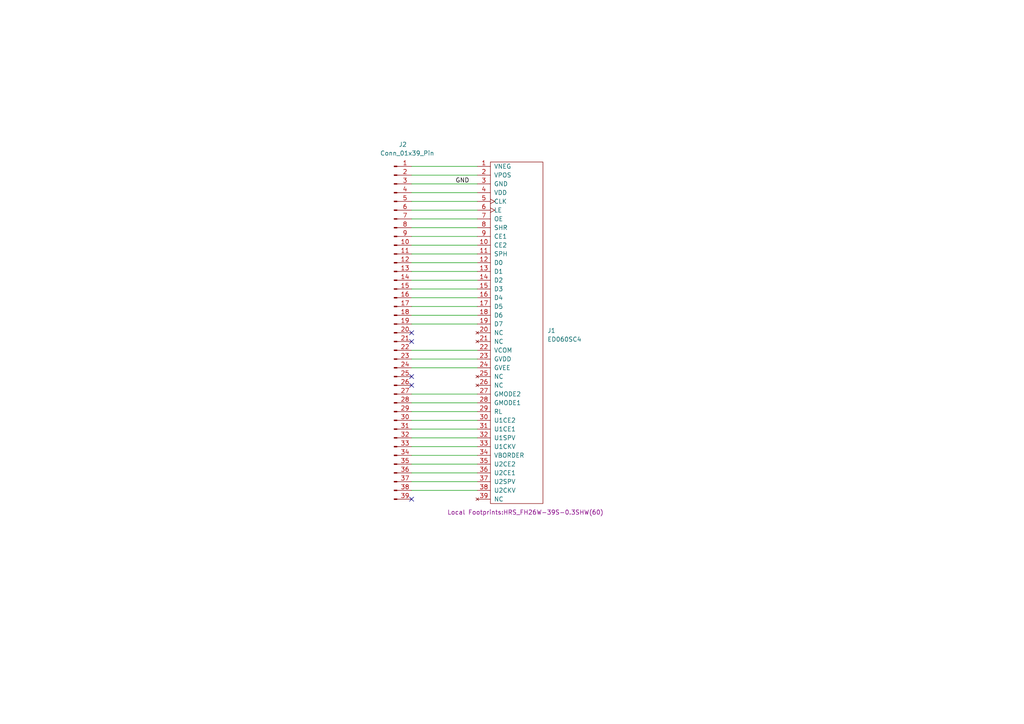
<source format=kicad_sch>
(kicad_sch (version 20230121) (generator eeschema)
  (paper "A4")
  (lib_symbols
    (symbol "Connector:Conn_01x39_Pin" (pin_names (offset 1.016) hide)
      (property "Reference" "J" (at 0 50.8 0))
      (property "Value" "Conn_01x39_Pin" (at 0 -50.8 0))
      (symbol "Conn_01x39_Pin_1_1"
        (polyline (pts (xy 1.27 -48.26) (xy 0.8636 -48.26)) (stroke (width 0.1524)))
        (polyline (pts (xy 1.27 -45.72) (xy 0.8636 -45.72)) (stroke (width 0.1524)))
        (polyline (pts (xy 1.27 -43.18) (xy 0.8636 -43.18)) (stroke (width 0.1524)))
        (polyline (pts (xy 1.27 -40.64) (xy 0.8636 -40.64)) (stroke (width 0.1524)))
        (polyline (pts (xy 1.27 -38.1) (xy 0.8636 -38.1)) (stroke (width 0.1524)))
        (polyline (pts (xy 1.27 -35.56) (xy 0.8636 -35.56)) (stroke (width 0.1524)))
        (polyline (pts (xy 1.27 -33.02) (xy 0.8636 -33.02)) (stroke (width 0.1524)))
        (polyline (pts (xy 1.27 -30.48) (xy 0.8636 -30.48)) (stroke (width 0.1524)))
        (polyline (pts (xy 1.27 -27.94) (xy 0.8636 -27.94)) (stroke (width 0.1524)))
        (polyline (pts (xy 1.27 -25.4) (xy 0.8636 -25.4)) (stroke (width 0.1524)))
        (polyline (pts (xy 1.27 -22.86) (xy 0.8636 -22.86)) (stroke (width 0.1524)))
        (polyline (pts (xy 1.27 -20.32) (xy 0.8636 -20.32)) (stroke (width 0.1524)))
        (polyline (pts (xy 1.27 -17.78) (xy 0.8636 -17.78)) (stroke (width 0.1524)))
        (polyline (pts (xy 1.27 -15.24) (xy 0.8636 -15.24)) (stroke (width 0.1524)))
        (polyline (pts (xy 1.27 -12.7) (xy 0.8636 -12.7)) (stroke (width 0.1524)))
        (polyline (pts (xy 1.27 -10.16) (xy 0.8636 -10.16)) (stroke (width 0.1524)))
        (polyline (pts (xy 1.27 -7.62) (xy 0.8636 -7.62)) (stroke (width 0.1524)))
        (polyline (pts (xy 1.27 -5.08) (xy 0.8636 -5.08)) (stroke (width 0.1524)))
        (polyline (pts (xy 1.27 -2.54) (xy 0.8636 -2.54)) (stroke (width 0.1524)))
        (polyline (pts (xy 1.27 0) (xy 0.8636 0)) (stroke (width 0.1524)))
        (polyline (pts (xy 1.27 2.54) (xy 0.8636 2.54)) (stroke (width 0.1524)))
        (polyline (pts (xy 1.27 5.08) (xy 0.8636 5.08)) (stroke (width 0.1524)))
        (polyline (pts (xy 1.27 7.62) (xy 0.8636 7.62)) (stroke (width 0.1524)))
        (polyline (pts (xy 1.27 10.16) (xy 0.8636 10.16)) (stroke (width 0.1524)))
        (polyline (pts (xy 1.27 12.7) (xy 0.8636 12.7)) (stroke (width 0.1524)))
        (polyline (pts (xy 1.27 15.24) (xy 0.8636 15.24)) (stroke (width 0.1524)))
        (polyline (pts (xy 1.27 17.78) (xy 0.8636 17.78)) (stroke (width 0.1524)))
        (polyline (pts (xy 1.27 20.32) (xy 0.8636 20.32)) (stroke (width 0.1524)))
        (polyline (pts (xy 1.27 22.86) (xy 0.8636 22.86)) (stroke (width 0.1524)))
        (polyline (pts (xy 1.27 25.4) (xy 0.8636 25.4)) (stroke (width 0.1524)))
        (polyline (pts (xy 1.27 27.94) (xy 0.8636 27.94)) (stroke (width 0.1524)))
        (polyline (pts (xy 1.27 30.48) (xy 0.8636 30.48)) (stroke (width 0.1524)))
        (polyline (pts (xy 1.27 33.02) (xy 0.8636 33.02)) (stroke (width 0.1524)))
        (polyline (pts (xy 1.27 35.56) (xy 0.8636 35.56)) (stroke (width 0.1524)))
        (polyline (pts (xy 1.27 38.1) (xy 0.8636 38.1)) (stroke (width 0.1524)))
        (polyline (pts (xy 1.27 40.64) (xy 0.8636 40.64)) (stroke (width 0.1524)))
        (polyline (pts (xy 1.27 43.18) (xy 0.8636 43.18)) (stroke (width 0.1524)))
        (polyline (pts (xy 1.27 45.72) (xy 0.8636 45.72)) (stroke (width 0.1524)))
        (polyline (pts (xy 1.27 48.26) (xy 0.8636 48.26)) (stroke (width 0.1524)))
        (rectangle (start 0.8636 -48.133) (end 0 -48.387) (stroke (width 0.1524)) (fill (type outline)))
        (rectangle (start 0.8636 -45.593) (end 0 -45.847) (stroke (width 0.1524)) (fill (type outline)))
        (rectangle (start 0.8636 -43.053) (end 0 -43.307) (stroke (width 0.1524)) (fill (type outline)))
        (rectangle (start 0.8636 -40.513) (end 0 -40.767) (stroke (width 0.1524)) (fill (type outline)))
        (rectangle (start 0.8636 -37.973) (end 0 -38.227) (stroke (width 0.1524)) (fill (type outline)))
        (rectangle (start 0.8636 -35.433) (end 0 -35.687) (stroke (width 0.1524)) (fill (type outline)))
        (rectangle (start 0.8636 -32.893) (end 0 -33.147) (stroke (width 0.1524)) (fill (type outline)))
        (rectangle (start 0.8636 -30.353) (end 0 -30.607) (stroke (width 0.1524)) (fill (type outline)))
        (rectangle (start 0.8636 -27.813) (end 0 -28.067) (stroke (width 0.1524)) (fill (type outline)))
        (rectangle (start 0.8636 -25.273) (end 0 -25.527) (stroke (width 0.1524)) (fill (type outline)))
        (rectangle (start 0.8636 -22.733) (end 0 -22.987) (stroke (width 0.1524)) (fill (type outline)))
        (rectangle (start 0.8636 -20.193) (end 0 -20.447) (stroke (width 0.1524)) (fill (type outline)))
        (rectangle (start 0.8636 -17.653) (end 0 -17.907) (stroke (width 0.1524)) (fill (type outline)))
        (rectangle (start 0.8636 -15.113) (end 0 -15.367) (stroke (width 0.1524)) (fill (type outline)))
        (rectangle (start 0.8636 -12.573) (end 0 -12.827) (stroke (width 0.1524)) (fill (type outline)))
        (rectangle (start 0.8636 -10.033) (end 0 -10.287) (stroke (width 0.1524)) (fill (type outline)))
        (rectangle (start 0.8636 -7.493) (end 0 -7.747) (stroke (width 0.1524)) (fill (type outline)))
        (rectangle (start 0.8636 -4.953) (end 0 -5.207) (stroke (width 0.1524)) (fill (type outline)))
        (rectangle (start 0.8636 -2.413) (end 0 -2.667) (stroke (width 0.1524)) (fill (type outline)))
        (rectangle (start 0.8636 0.127) (end 0 -0.127) (stroke (width 0.1524)) (fill (type outline)))
        (rectangle (start 0.8636 2.667) (end 0 2.413) (stroke (width 0.1524)) (fill (type outline)))
        (rectangle (start 0.8636 5.207) (end 0 4.953) (stroke (width 0.1524)) (fill (type outline)))
        (rectangle (start 0.8636 7.747) (end 0 7.493) (stroke (width 0.1524)) (fill (type outline)))
        (rectangle (start 0.8636 10.287) (end 0 10.033) (stroke (width 0.1524)) (fill (type outline)))
        (rectangle (start 0.8636 12.827) (end 0 12.573) (stroke (width 0.1524)) (fill (type outline)))
        (rectangle (start 0.8636 15.367) (end 0 15.113) (stroke (width 0.1524)) (fill (type outline)))
        (rectangle (start 0.8636 17.907) (end 0 17.653) (stroke (width 0.1524)) (fill (type outline)))
        (rectangle (start 0.8636 20.447) (end 0 20.193) (stroke (width 0.1524)) (fill (type outline)))
        (rectangle (start 0.8636 22.987) (end 0 22.733) (stroke (width 0.1524)) (fill (type outline)))
        (rectangle (start 0.8636 25.527) (end 0 25.273) (stroke (width 0.1524)) (fill (type outline)))
        (rectangle (start 0.8636 28.067) (end 0 27.813) (stroke (width 0.1524)) (fill (type outline)))
        (rectangle (start 0.8636 30.607) (end 0 30.353) (stroke (width 0.1524)) (fill (type outline)))
        (rectangle (start 0.8636 33.147) (end 0 32.893) (stroke (width 0.1524)) (fill (type outline)))
        (rectangle (start 0.8636 35.687) (end 0 35.433) (stroke (width 0.1524)) (fill (type outline)))
        (rectangle (start 0.8636 38.227) (end 0 37.973) (stroke (width 0.1524)) (fill (type outline)))
        (rectangle (start 0.8636 40.767) (end 0 40.513) (stroke (width 0.1524)) (fill (type outline)))
        (rectangle (start 0.8636 43.307) (end 0 43.053) (stroke (width 0.1524)) (fill (type outline)))
        (rectangle (start 0.8636 45.847) (end 0 45.593) (stroke (width 0.1524)) (fill (type outline)))
        (rectangle (start 0.8636 48.387) (end 0 48.133) (stroke (width 0.1524)) (fill (type outline)))
        (pin passive line (at 5.08 48.26 180) (length 3.81) (name "Pin_1") (number "1"))
        (pin passive line (at 5.08 25.4 180) (length 3.81) (name "Pin_10") (number "10"))
        (pin passive line (at 5.08 22.86 180) (length 3.81) (name "Pin_11") (number "11"))
        (pin passive line (at 5.08 20.32 180) (length 3.81) (name "Pin_12") (number "12"))
        (pin passive line (at 5.08 17.78 180) (length 3.81) (name "Pin_13") (number "13"))
        (pin passive line (at 5.08 15.24 180) (length 3.81) (name "Pin_14") (number "14"))
        (pin passive line (at 5.08 12.7 180) (length 3.81) (name "Pin_15") (number "15"))
        (pin passive line (at 5.08 10.16 180) (length 3.81) (name "Pin_16") (number "16"))
        (pin passive line (at 5.08 7.62 180) (length 3.81) (name "Pin_17") (number "17"))
        (pin passive line (at 5.08 5.08 180) (length 3.81) (name "Pin_18") (number "18"))
        (pin passive line (at 5.08 2.54 180) (length 3.81) (name "Pin_19") (number "19"))
        (pin passive line (at 5.08 45.72 180) (length 3.81) (name "Pin_2") (number "2"))
        (pin passive line (at 5.08 0 180) (length 3.81) (name "Pin_20") (number "20"))
        (pin passive line (at 5.08 -2.54 180) (length 3.81) (name "Pin_21") (number "21"))
        (pin passive line (at 5.08 -5.08 180) (length 3.81) (name "Pin_22") (number "22"))
        (pin passive line (at 5.08 -7.62 180) (length 3.81) (name "Pin_23") (number "23"))
        (pin passive line (at 5.08 -10.16 180) (length 3.81) (name "Pin_24") (number "24"))
        (pin passive line (at 5.08 -12.7 180) (length 3.81) (name "Pin_25") (number "25"))
        (pin passive line (at 5.08 -15.24 180) (length 3.81) (name "Pin_26") (number "26"))
        (pin passive line (at 5.08 -17.78 180) (length 3.81) (name "Pin_27") (number "27"))
        (pin passive line (at 5.08 -20.32 180) (length 3.81) (name "Pin_28") (number "28"))
        (pin passive line (at 5.08 -22.86 180) (length 3.81) (name "Pin_29") (number "29"))
        (pin passive line (at 5.08 43.18 180) (length 3.81) (name "Pin_3") (number "3"))
        (pin passive line (at 5.08 -25.4 180) (length 3.81) (name "Pin_30") (number "30"))
        (pin passive line (at 5.08 -27.94 180) (length 3.81) (name "Pin_31") (number "31"))
        (pin passive line (at 5.08 -30.48 180) (length 3.81) (name "Pin_32") (number "32"))
        (pin passive line (at 5.08 -33.02 180) (length 3.81) (name "Pin_33") (number "33"))
        (pin passive line (at 5.08 -35.56 180) (length 3.81) (name "Pin_34") (number "34"))
        (pin passive line (at 5.08 -38.1 180) (length 3.81) (name "Pin_35") (number "35"))
        (pin passive line (at 5.08 -40.64 180) (length 3.81) (name "Pin_36") (number "36"))
        (pin passive line (at 5.08 -43.18 180) (length 3.81) (name "Pin_37") (number "37"))
        (pin passive line (at 5.08 -45.72 180) (length 3.81) (name "Pin_38") (number "38"))
        (pin passive line (at 5.08 -48.26 180) (length 3.81) (name "Pin_39") (number "39"))
        (pin passive line (at 5.08 40.64 180) (length 3.81) (name "Pin_4") (number "4"))
        (pin passive line (at 5.08 38.1 180) (length 3.81) (name "Pin_5") (number "5"))
        (pin passive line (at 5.08 35.56 180) (length 3.81) (name "Pin_6") (number "6"))
        (pin passive line (at 5.08 33.02 180) (length 3.81) (name "Pin_7") (number "7"))
        (pin passive line (at 5.08 30.48 180) (length 3.81) (name "Pin_8") (number "8"))
        (pin passive line (at 5.08 27.94 180) (length 3.81) (name "Pin_9") (number "9"))
      )
    )
    (symbol "ED060SC4:ED060SC4" (pin_names (offset 1.016))
      (property "Reference" "J" (at 0 50.8 0))
      (property "Value" "ED060SC4" (at 15.24 0 90))
      (symbol "ED060SC4_0_1"
        (rectangle (start -1.27 -49.53) (end 13.97 49.53))
      )
      (symbol "ED060SC4_1_1"
        (pin power_in line (at -5.08 48.26 0) (length 3.81) (name "VNEG") (number "1"))
        (pin passive line (at -5.08 25.4 0) (length 3.81) (name "CE2") (number "10"))
        (pin input line (at -5.08 22.86 0) (length 3.81) (name "SPH") (number "11"))
        (pin input line (at -5.08 20.32 0) (length 3.81) (name "D0") (number "12"))
        (pin input line (at -5.08 17.78 0) (length 3.81) (name "D1") (number "13"))
        (pin input line (at -5.08 15.24 0) (length 3.81) (name "D2") (number "14"))
        (pin input line (at -5.08 12.7 0) (length 3.81) (name "D3") (number "15"))
        (pin input line (at -5.08 10.16 0) (length 3.81) (name "D4") (number "16"))
        (pin input line (at -5.08 7.62 0) (length 3.81) (name "D5") (number "17"))
        (pin input line (at -5.08 5.08 0) (length 3.81) (name "D6") (number "18"))
        (pin input line (at -5.08 2.54 0) (length 3.81) (name "D7") (number "19"))
        (pin power_in line (at -5.08 45.72 0) (length 3.81) (name "VPOS") (number "2"))
        (pin no_connect line (at -5.08 0 0) (length 3.81) (name "NC") (number "20"))
        (pin no_connect line (at -5.08 -2.54 0) (length 3.81) (name "NC") (number "21"))
        (pin power_in line (at -5.08 -5.08 0) (length 3.81) (name "VCOM") (number "22"))
        (pin power_in line (at -5.08 -7.62 0) (length 3.81) (name "GVDD") (number "23"))
        (pin power_in line (at -5.08 -10.16 0) (length 3.81) (name "GVEE") (number "24"))
        (pin no_connect line (at -5.08 -12.7 0) (length 3.81) (name "NC") (number "25"))
        (pin no_connect line (at -5.08 -15.24 0) (length 3.81) (name "NC") (number "26"))
        (pin input line (at -5.08 -17.78 0) (length 3.81) (name "GMODE2") (number "27"))
        (pin input line (at -5.08 -20.32 0) (length 3.81) (name "GMODE1") (number "28"))
        (pin input line (at -5.08 -22.86 0) (length 3.81) (name "RL") (number "29"))
        (pin power_in line (at -5.08 43.18 0) (length 3.81) (name "GND") (number "3"))
        (pin input line (at -5.08 -25.4 0) (length 3.81) (name "U1CE2") (number "30"))
        (pin input line (at -5.08 -27.94 0) (length 3.81) (name "U1CE1") (number "31"))
        (pin input line (at -5.08 -30.48 0) (length 3.81) (name "U1SPV") (number "32"))
        (pin input line (at -5.08 -33.02 0) (length 3.81) (name "U1CKV") (number "33"))
        (pin power_in line (at -5.08 -35.56 0) (length 3.81) (name "VBORDER") (number "34"))
        (pin input line (at -5.08 -38.1 0) (length 3.81) (name "U2CE2") (number "35"))
        (pin input line (at -5.08 -40.64 0) (length 3.81) (name "U2CE1") (number "36"))
        (pin input line (at -5.08 -43.18 0) (length 3.81) (name "U2SPV") (number "37"))
        (pin input line (at -5.08 -45.72 0) (length 3.81) (name "U2CKV") (number "38"))
        (pin no_connect line (at -5.08 -48.26 0) (length 3.81) (name "NC") (number "39"))
        (pin power_in line (at -5.08 40.64 0) (length 3.81) (name "VDD") (number "4"))
        (pin input clock (at -5.08 38.1 0) (length 3.81) (name "CLK") (number "5"))
        (pin input clock (at -5.08 35.56 0) (length 3.81) (name "LE") (number "6"))
        (pin input line (at -5.08 33.02 0) (length 3.81) (name "OE") (number "7"))
        (pin input line (at -5.08 30.48 0) (length 3.81) (name "SHR") (number "8"))
        (pin passive line (at -5.08 27.94 0) (length 3.81) (name "CE1") (number "9"))
      )
    )
  )
  (no_connect (at 119.38 111.76))
  (no_connect (at 119.38 144.78))
  (no_connect (at 119.38 109.22))
  (no_connect (at 119.38 99.06))
  (no_connect (at 119.38 96.52))
  (wire (pts (xy 119.38 134.62) (xy 138.43 134.62)))
  (wire (pts (xy 119.38 91.44) (xy 138.43 91.44)))
  (wire (pts (xy 119.38 63.5) (xy 138.43 63.5)))
  (wire (pts (xy 119.38 88.9) (xy 138.43 88.9)))
  (wire (pts (xy 119.38 71.12) (xy 138.43 71.12)))
  (wire (pts (xy 119.38 76.2) (xy 138.43 76.2)))
  (wire (pts (xy 119.38 86.36) (xy 138.43 86.36)))
  (wire (pts (xy 119.38 116.84) (xy 138.43 116.84)))
  (wire (pts (xy 119.38 48.26) (xy 138.43 48.26)))
  (wire (pts (xy 119.38 127) (xy 138.43 127)))
  (wire (pts (xy 119.38 66.04) (xy 138.43 66.04)))
  (wire (pts (xy 119.38 139.7) (xy 138.43 139.7)))
  (wire (pts (xy 119.38 50.8) (xy 138.43 50.8)))
  (wire (pts (xy 119.38 78.74) (xy 138.43 78.74)))
  (wire (pts (xy 119.38 101.6) (xy 138.43 101.6)))
  (wire (pts (xy 119.38 68.58) (xy 138.43 68.58)))
  (wire (pts (xy 119.38 124.46) (xy 138.43 124.46)))
  (wire (pts (xy 119.38 121.92) (xy 138.43 121.92)))
  (wire (pts (xy 119.38 93.98) (xy 138.43 93.98)))
  (wire (pts (xy 119.38 55.88) (xy 138.43 55.88)))
  (wire (pts (xy 119.38 119.38) (xy 138.43 119.38)))
  (wire (pts (xy 119.38 53.34) (xy 138.43 53.34)))
  (wire (pts (xy 119.38 114.3) (xy 138.43 114.3)))
  (wire (pts (xy 119.38 129.54) (xy 138.43 129.54)))
  (wire (pts (xy 119.38 81.28) (xy 138.43 81.28)))
  (wire (pts (xy 119.38 104.14) (xy 138.43 104.14)))
  (wire (pts (xy 119.38 142.24) (xy 138.43 142.24)))
  (wire (pts (xy 119.38 60.96) (xy 138.43 60.96)))
  (wire (pts (xy 119.38 73.66) (xy 138.43 73.66)))
  (wire (pts (xy 119.38 83.82) (xy 138.43 83.82)))
  (wire (pts (xy 119.38 137.16) (xy 138.43 137.16)))
  (wire (pts (xy 119.38 106.68) (xy 138.43 106.68)))
  (wire (pts (xy 119.38 132.08) (xy 138.43 132.08)))
  (wire (pts (xy 119.38 58.42) (xy 138.43 58.42)))
  (label "GND" (at 132.08 53.34 0))
  (symbol (lib_id "Connector:Conn_01x39_Pin") (at 114.3 96.52 0) (unit 1)
    (property "Reference" "J2" (at 116.84 41.91 0))
    (property "Value" "Conn_01x39_Pin" (at 118.11 44.45 0))
    (property "Footprint" "Connector_PinHeader_2.54mm:PinHeader_1x39_P2.54mm_Vertical" (effects hide))
  )
  (symbol (lib_id "ED060SC4:ED060SC4") (at 143.51 96.52 0) (unit 1)
    (property "Reference" "J1" (at 158.75 95.885 0) (effects (justify left)))
    (property "Value" "ED060SC4" (at 158.75 98.425 0) (effects (justify left)))
    (property "Footprint" "Local Footprints:HRS_FH26W-39S-0.3SHW(60)" (at 152.4 148.59 0))
  )
)
</source>
